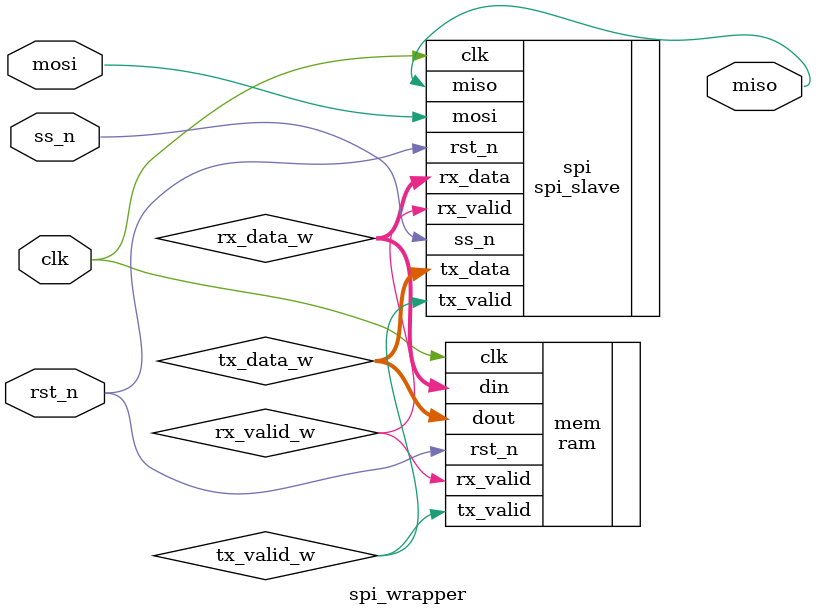
<source format=v>
module spi_wrapper(mosi , miso ,ss_n , clk , rst_n);
input mosi , ss_n , clk , rst_n;
output miso;

wire [9:0]rx_data_w;
wire rx_valid_w,tx_valid_w;
wire [7:0]tx_data_w;

spi_slave     spi(.mosi(mosi) ,.miso(miso) ,.ss_n(ss_n) ,.rx_data(rx_data_w) ,.rx_valid(rx_valid_w) ,.tx_data(tx_data_w) ,.tx_valid(tx_valid_w) ,.clk(clk) ,.rst_n(rst_n) );

ram       mem(.din(rx_data_w),.clk(clk),.rst_n(rst_n),.rx_valid(rx_valid_w),.dout(tx_data_w),.tx_valid(tx_valid_w) );

endmodule
</source>
